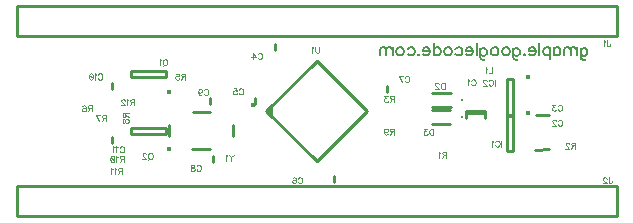
<source format=gbo>
G04 DipTrace Beta 2.3.5.2*
%INSilk_Bottom-GMaple-mini.GBO*%
%MOIN*%
%ADD10C,0.0098*%
%ADD12C,0.003*%
%ADD23C,0.0094*%
%ADD26C,0.0154*%
%ADD36C,0.0157*%
%ADD73C,0.0062*%
%FSLAX44Y44*%
G04*
G70*
G90*
G75*
G01*
%LNBotSilk*%
%LPD*%
X19705Y7483D2*
D10*
X19076D1*
X19705Y7558D2*
X19076D1*
X19705D2*
Y7322D1*
X19076Y7558D2*
Y7322D1*
X21381Y6261D2*
X21825Y6264D1*
X21393Y7416D2*
X21837Y7419D1*
X12701Y9592D2*
Y9789D1*
X12031Y7792D2*
Y7989D1*
X14681Y5192D2*
Y5389D1*
X16450Y8389D2*
Y8192D1*
X10631Y5847D2*
Y6044D1*
X10531Y7792D2*
Y7989D1*
X7281Y8292D2*
Y8489D1*
Y6492D2*
Y6689D1*
X18555Y8154D2*
X17925D1*
X18555Y7681D2*
X17925D1*
D23*
X18925Y7917D3*
X18553Y7581D2*
D10*
X17923D1*
X18553Y7108D2*
X17923D1*
D23*
X18923Y7345D3*
D26*
X21140Y7483D3*
X20639Y7391D2*
D10*
Y6210D1*
X20442D1*
Y7391D1*
X20639D1*
D26*
X21139Y8694D3*
X20637Y8602D2*
D10*
Y7421D1*
X20441D1*
Y8602D1*
X20637D1*
X4850Y10040D2*
X24090D1*
X4090D2*
X4850D1*
X4090Y11040D2*
Y10040D1*
Y11040D2*
X24090D1*
Y10040D1*
X23330Y5040D2*
X4090D1*
X24090D2*
X23330D1*
X24090Y4040D2*
Y5040D1*
Y4040D2*
X4090D1*
Y5040D1*
D26*
X9174Y8169D3*
X9082Y8670D2*
D10*
X7901D1*
Y8867D1*
X9082D1*
Y8670D1*
D26*
X9174Y6293D3*
X9082Y6794D2*
D10*
X7901D1*
Y6991D1*
X9082D1*
Y6794D1*
X12420Y7541D2*
X14090Y5870D1*
X15761Y7540D1*
X14090Y9210D1*
X12420Y7541D1*
G36*
D2*
X12643Y7763D1*
Y7317D1*
X12420Y7541D1*
G37*
D36*
X11960Y7749D3*
X9959Y7502D2*
D10*
X10531D1*
X9954Y6281D2*
X10526D1*
X11303Y6706D2*
X11299Y7071D1*
X9186Y6707D2*
X9182Y7072D1*
X19248Y8551D2*
D12*
X19258Y8570D1*
X19277Y8590D1*
X19296Y8599D1*
X19334D1*
X19354Y8590D1*
X19373Y8570D1*
X19382Y8551D1*
X19392Y8523D1*
Y8475D1*
X19382Y8446D1*
X19373Y8427D1*
X19354Y8408D1*
X19334Y8398D1*
X19296D1*
X19277Y8408D1*
X19258Y8427D1*
X19248Y8446D1*
X19187Y8561D2*
X19167Y8570D1*
X19139Y8599D1*
Y8398D1*
X22137Y7209D2*
X22146Y7228D1*
X22165Y7248D1*
X22184Y7257D1*
X22223D1*
X22242Y7248D1*
X22261Y7228D1*
X22271Y7209D1*
X22280Y7181D1*
Y7133D1*
X22271Y7104D1*
X22261Y7085D1*
X22242Y7066D1*
X22223Y7056D1*
X22184D1*
X22165Y7066D1*
X22146Y7085D1*
X22137Y7104D1*
X22065Y7209D2*
Y7219D1*
X22056Y7238D1*
X22046Y7247D1*
X22027Y7257D1*
X21989D1*
X21970Y7247D1*
X21960Y7238D1*
X21950Y7219D1*
Y7200D1*
X21960Y7181D1*
X21979Y7152D1*
X22075Y7056D1*
X21941D1*
X22132Y7710D2*
X22141Y7729D1*
X22160Y7748D1*
X22179Y7757D1*
X22218D1*
X22237Y7748D1*
X22256Y7729D1*
X22265Y7710D1*
X22275Y7681D1*
Y7633D1*
X22265Y7604D1*
X22256Y7585D1*
X22237Y7566D1*
X22218Y7556D1*
X22179D1*
X22160Y7566D1*
X22141Y7585D1*
X22132Y7604D1*
X22051Y7757D2*
X21946D1*
X22003Y7681D1*
X21974D1*
X21955Y7671D1*
X21946Y7662D1*
X21936Y7633D1*
Y7614D1*
X21946Y7585D1*
X21965Y7566D1*
X21993Y7556D1*
X22022D1*
X22051Y7566D1*
X22060Y7576D1*
X22070Y7595D1*
X12126Y9434D2*
X12136Y9453D1*
X12155Y9472D1*
X12174Y9482D1*
X12212D1*
X12232Y9472D1*
X12251Y9453D1*
X12260Y9434D1*
X12270Y9405D1*
Y9357D1*
X12260Y9329D1*
X12251Y9310D1*
X12232Y9291D1*
X12212Y9281D1*
X12174D1*
X12155Y9291D1*
X12136Y9310D1*
X12126Y9329D1*
X11969Y9281D2*
Y9482D1*
X12065Y9348D1*
X11921D1*
X11501Y8251D2*
X11511Y8270D1*
X11530Y8289D1*
X11549Y8299D1*
X11587D1*
X11606Y8289D1*
X11625Y8270D1*
X11635Y8251D1*
X11645Y8222D1*
Y8174D1*
X11635Y8146D1*
X11625Y8127D1*
X11606Y8108D1*
X11587Y8098D1*
X11549D1*
X11530Y8108D1*
X11511Y8127D1*
X11501Y8146D1*
X11325Y8299D2*
X11420D1*
X11430Y8213D1*
X11420Y8222D1*
X11391Y8232D1*
X11363D1*
X11334Y8222D1*
X11315Y8203D1*
X11305Y8174D1*
Y8155D1*
X11315Y8127D1*
X11334Y8107D1*
X11363Y8098D1*
X11391D1*
X11420Y8107D1*
X11430Y8117D1*
X11439Y8136D1*
X13467Y5289D2*
X13477Y5308D1*
X13496Y5327D1*
X13515Y5337D1*
X13553D1*
X13572Y5327D1*
X13592Y5308D1*
X13601Y5289D1*
X13611Y5260D1*
Y5212D1*
X13601Y5184D1*
X13592Y5164D1*
X13572Y5145D1*
X13553Y5136D1*
X13515D1*
X13496Y5145D1*
X13477Y5164D1*
X13467Y5184D1*
X13291Y5308D2*
X13300Y5327D1*
X13329Y5336D1*
X13348D1*
X13377Y5327D1*
X13396Y5298D1*
X13406Y5250D1*
Y5203D1*
X13396Y5164D1*
X13377Y5145D1*
X13348Y5136D1*
X13339D1*
X13310Y5145D1*
X13291Y5164D1*
X13281Y5193D1*
Y5203D1*
X13291Y5231D1*
X13310Y5250D1*
X13339Y5260D1*
X13348D1*
X13377Y5250D1*
X13396Y5231D1*
X13406Y5203D1*
X17044Y8658D2*
X17053Y8677D1*
X17072Y8697D1*
X17091Y8706D1*
X17130D1*
X17149Y8697D1*
X17168Y8677D1*
X17177Y8658D1*
X17187Y8630D1*
Y8582D1*
X17177Y8553D1*
X17168Y8534D1*
X17149Y8515D1*
X17130Y8505D1*
X17091D1*
X17072Y8515D1*
X17053Y8534D1*
X17044Y8553D1*
X16944Y8505D2*
X16848Y8706D1*
X16982D1*
X10092Y5702D2*
X10101Y5721D1*
X10120Y5740D1*
X10139Y5750D1*
X10178D1*
X10197Y5740D1*
X10216Y5721D1*
X10226Y5702D1*
X10235Y5673D1*
Y5625D1*
X10226Y5597D1*
X10216Y5577D1*
X10197Y5558D1*
X10178Y5549D1*
X10139D1*
X10120Y5558D1*
X10101Y5577D1*
X10092Y5597D1*
X9982Y5749D2*
X10011Y5740D1*
X10020Y5721D1*
Y5702D1*
X10011Y5683D1*
X9992Y5673D1*
X9953Y5663D1*
X9925Y5654D1*
X9906Y5635D1*
X9896Y5616D1*
Y5587D1*
X9906Y5568D1*
X9915Y5558D1*
X9944Y5549D1*
X9982D1*
X10011Y5558D1*
X10020Y5568D1*
X10030Y5587D1*
Y5616D1*
X10020Y5635D1*
X10001Y5654D1*
X9973Y5663D1*
X9934Y5673D1*
X9915Y5683D1*
X9906Y5702D1*
Y5721D1*
X9915Y5740D1*
X9944Y5749D1*
X9982D1*
X10335Y8232D2*
X10345Y8251D1*
X10364Y8271D1*
X10383Y8280D1*
X10421D1*
X10441Y8271D1*
X10460Y8251D1*
X10469Y8232D1*
X10479Y8204D1*
Y8156D1*
X10469Y8127D1*
X10460Y8108D1*
X10441Y8089D1*
X10421Y8079D1*
X10383D1*
X10364Y8089D1*
X10345Y8108D1*
X10335Y8127D1*
X10149Y8213D2*
X10159Y8184D1*
X10178Y8165D1*
X10207Y8156D1*
X10216D1*
X10245Y8165D1*
X10264Y8184D1*
X10274Y8213D1*
Y8223D1*
X10264Y8251D1*
X10245Y8270D1*
X10216Y8280D1*
X10207D1*
X10178Y8270D1*
X10159Y8251D1*
X10149Y8213D1*
Y8165D1*
X10159Y8118D1*
X10178Y8089D1*
X10207Y8079D1*
X10226D1*
X10254Y8089D1*
X10264Y8108D1*
X6803Y8749D2*
X6812Y8768D1*
X6831Y8788D1*
X6850Y8797D1*
X6889D1*
X6908Y8788D1*
X6927Y8768D1*
X6937Y8749D1*
X6946Y8721D1*
Y8673D1*
X6937Y8644D1*
X6927Y8625D1*
X6908Y8606D1*
X6889Y8596D1*
X6850D1*
X6831Y8606D1*
X6812Y8625D1*
X6803Y8644D1*
X6741Y8759D2*
X6722Y8768D1*
X6693Y8797D1*
Y8596D1*
X6574Y8797D2*
X6602Y8788D1*
X6622Y8759D1*
X6631Y8711D1*
Y8682D1*
X6622Y8635D1*
X6602Y8606D1*
X6574Y8596D1*
X6555D1*
X6526Y8606D1*
X6507Y8635D1*
X6497Y8682D1*
Y8711D1*
X6507Y8759D1*
X6526Y8788D1*
X6555Y8797D1*
X6574D1*
X6507Y8759D2*
X6622Y8635D1*
X7530Y6321D2*
X7540Y6340D1*
X7559Y6359D1*
X7578Y6369D1*
X7616D1*
X7636Y6359D1*
X7655Y6340D1*
X7664Y6321D1*
X7674Y6292D1*
Y6244D1*
X7664Y6216D1*
X7655Y6196D1*
X7636Y6177D1*
X7616Y6168D1*
X7578D1*
X7559Y6177D1*
X7540Y6196D1*
X7530Y6216D1*
X7469Y6330D2*
X7449Y6340D1*
X7421Y6368D1*
Y6168D1*
X7359Y6330D2*
X7340Y6340D1*
X7311Y6368D1*
Y6168D1*
X18362Y8486D2*
Y8285D1*
X18295D1*
X18266Y8295D1*
X18247Y8314D1*
X18237Y8333D1*
X18228Y8362D1*
Y8410D1*
X18237Y8438D1*
X18247Y8457D1*
X18266Y8477D1*
X18295Y8486D1*
X18362D1*
X18156Y8438D2*
Y8448D1*
X18147Y8467D1*
X18137Y8476D1*
X18118Y8486D1*
X18080D1*
X18061Y8476D1*
X18051Y8467D1*
X18042Y8448D1*
Y8429D1*
X18051Y8409D1*
X18070Y8381D1*
X18166Y8285D1*
X18032D1*
X17988Y6953D2*
Y6752D1*
X17921D1*
X17892Y6762D1*
X17873Y6781D1*
X17864Y6800D1*
X17854Y6829D1*
Y6877D1*
X17864Y6906D1*
X17873Y6925D1*
X17892Y6944D1*
X17921Y6953D1*
X17988D1*
X17773D2*
X17668D1*
X17725Y6877D1*
X17697D1*
X17678Y6867D1*
X17668Y6858D1*
X17658Y6829D1*
Y6810D1*
X17668Y6781D1*
X17687Y6762D1*
X17716Y6752D1*
X17745D1*
X17773Y6762D1*
X17783Y6772D1*
X17792Y6791D1*
X20253Y6560D2*
Y6359D1*
X20048Y6512D2*
X20058Y6531D1*
X20077Y6551D1*
X20096Y6560D1*
X20134D1*
X20153Y6551D1*
X20172Y6531D1*
X20182Y6512D1*
X20192Y6484D1*
Y6436D1*
X20182Y6407D1*
X20172Y6388D1*
X20153Y6369D1*
X20134Y6359D1*
X20096D1*
X20077Y6369D1*
X20058Y6388D1*
X20048Y6407D1*
X19986Y6522D2*
X19967Y6531D1*
X19938Y6560D1*
Y6359D1*
X20032Y8593D2*
Y8392D1*
X19827Y8546D2*
X19836Y8565D1*
X19855Y8584D1*
X19874Y8593D1*
X19913D1*
X19932Y8584D1*
X19951Y8565D1*
X19961Y8546D1*
X19970Y8517D1*
Y8469D1*
X19961Y8440D1*
X19951Y8421D1*
X19932Y8402D1*
X19913Y8392D1*
X19874D1*
X19855Y8402D1*
X19836Y8421D1*
X19827Y8440D1*
X19755Y8545D2*
Y8555D1*
X19746Y8574D1*
X19736Y8584D1*
X19717Y8593D1*
X19679D1*
X19660Y8584D1*
X19650Y8574D1*
X19640Y8555D1*
Y8536D1*
X19650Y8517D1*
X19669Y8488D1*
X19765Y8392D1*
X19631D1*
X23770Y9899D2*
Y9746D1*
X23780Y9718D1*
X23790Y9708D1*
X23809Y9698D1*
X23828D1*
X23847Y9708D1*
X23856Y9718D1*
X23866Y9746D1*
Y9765D1*
X23709Y9861D2*
X23689Y9871D1*
X23661Y9899D1*
Y9698D1*
X23829Y5333D2*
Y5180D1*
X23838Y5151D1*
X23848Y5142D1*
X23867Y5132D1*
X23886D1*
X23905Y5142D1*
X23915Y5151D1*
X23924Y5180D1*
Y5199D1*
X23757Y5285D2*
Y5295D1*
X23748Y5314D1*
X23738Y5323D1*
X23719Y5333D1*
X23681D1*
X23662Y5323D1*
X23652Y5314D1*
X23642Y5295D1*
Y5276D1*
X23652Y5256D1*
X23671Y5228D1*
X23767Y5132D1*
X23633D1*
X19948Y8998D2*
Y8797D1*
X19833D1*
X19772Y8960D2*
X19752Y8970D1*
X19724Y8998D1*
Y8797D1*
X9064Y9272D2*
X9083Y9263D1*
X9102Y9243D1*
X9111Y9224D1*
X9121Y9196D1*
Y9148D1*
X9111Y9119D1*
X9102Y9100D1*
X9083Y9081D1*
X9064Y9071D1*
X9025D1*
X9006Y9081D1*
X8987Y9100D1*
X8978Y9119D1*
X8968Y9148D1*
Y9196D1*
X8978Y9224D1*
X8987Y9243D1*
X9006Y9263D1*
X9025Y9272D1*
X9064D1*
X9035Y9110D2*
X8978Y9052D1*
X8906Y9234D2*
X8887Y9243D1*
X8858Y9272D1*
Y9071D1*
X8572Y6148D2*
X8591Y6138D1*
X8610Y6119D1*
X8620Y6100D1*
X8630Y6071D1*
Y6023D1*
X8620Y5995D1*
X8610Y5976D1*
X8591Y5956D1*
X8572Y5947D1*
X8534D1*
X8515Y5956D1*
X8496Y5976D1*
X8486Y5995D1*
X8476Y6023D1*
Y6071D1*
X8486Y6100D1*
X8496Y6119D1*
X8515Y6138D1*
X8534Y6148D1*
X8572D1*
X8543Y5985D2*
X8486Y5928D1*
X8405Y6100D2*
Y6109D1*
X8395Y6128D1*
X8386Y6138D1*
X8367Y6147D1*
X8329D1*
X8309Y6138D1*
X8300Y6128D1*
X8290Y6109D1*
Y6090D1*
X8300Y6071D1*
X8319Y6042D1*
X8415Y5947D1*
X8281D1*
X18415Y6096D2*
X18329D1*
X18301Y6105D1*
X18291Y6115D1*
X18281Y6134D1*
Y6153D1*
X18291Y6172D1*
X18301Y6182D1*
X18329Y6191D1*
X18415D1*
Y5990D1*
X18348Y6096D2*
X18281Y5990D1*
X18220Y6153D2*
X18200Y6163D1*
X18172Y6191D1*
Y5990D1*
X22714Y6400D2*
X22628D1*
X22599Y6410D1*
X22589Y6420D1*
X22580Y6439D1*
Y6458D1*
X22589Y6477D1*
X22599Y6487D1*
X22628Y6496D1*
X22714D1*
Y6295D1*
X22647Y6400D2*
X22580Y6295D1*
X22508Y6448D2*
Y6458D1*
X22499Y6477D1*
X22489Y6486D1*
X22470Y6496D1*
X22432D1*
X22413Y6486D1*
X22403Y6477D1*
X22393Y6458D1*
Y6439D1*
X22403Y6419D1*
X22422Y6391D1*
X22518Y6295D1*
X22384D1*
X16670Y7954D2*
X16584D1*
X16555Y7964D1*
X16545Y7974D1*
X16536Y7993D1*
Y8012D1*
X16545Y8031D1*
X16555Y8041D1*
X16584Y8050D1*
X16670D1*
Y7849D1*
X16603Y7954D2*
X16536Y7849D1*
X16455Y8050D2*
X16350D1*
X16407Y7974D1*
X16378D1*
X16359Y7964D1*
X16350Y7954D1*
X16340Y7926D1*
Y7907D1*
X16350Y7878D1*
X16369Y7859D1*
X16398Y7849D1*
X16426D1*
X16455Y7859D1*
X16464Y7868D1*
X16474Y7888D1*
X9717Y8698D2*
X9631D1*
X9602Y8708D1*
X9592Y8717D1*
X9583Y8736D1*
Y8755D1*
X9592Y8774D1*
X9602Y8784D1*
X9631Y8794D1*
X9717D1*
Y8593D1*
X9650Y8698D2*
X9583Y8593D1*
X9406Y8793D2*
X9502D1*
X9511Y8707D1*
X9502Y8717D1*
X9473Y8727D1*
X9445D1*
X9416Y8717D1*
X9397Y8698D1*
X9387Y8669D1*
Y8650D1*
X9397Y8621D1*
X9416Y8602D1*
X9445Y8593D1*
X9473D1*
X9502Y8602D1*
X9511Y8612D1*
X9521Y8631D1*
X6594Y7639D2*
X6508D1*
X6479Y7649D1*
X6470Y7658D1*
X6460Y7677D1*
Y7696D1*
X6470Y7715D1*
X6479Y7725D1*
X6508Y7735D1*
X6594D1*
Y7534D1*
X6527Y7639D2*
X6460Y7534D1*
X6284Y7706D2*
X6293Y7725D1*
X6322Y7734D1*
X6341D1*
X6370Y7725D1*
X6389Y7696D1*
X6398Y7648D1*
Y7601D1*
X6389Y7562D1*
X6370Y7543D1*
X6341Y7534D1*
X6331D1*
X6303Y7543D1*
X6284Y7562D1*
X6274Y7591D1*
Y7601D1*
X6284Y7629D1*
X6303Y7648D1*
X6331Y7658D1*
X6341D1*
X6370Y7648D1*
X6389Y7629D1*
X6398Y7601D1*
X7071Y7317D2*
X6985D1*
X6956Y7327D1*
X6946Y7337D1*
X6937Y7356D1*
Y7375D1*
X6946Y7394D1*
X6956Y7404D1*
X6985Y7413D1*
X7071D1*
Y7212D1*
X7004Y7317D2*
X6937Y7212D1*
X6837D2*
X6741Y7413D1*
X6875D1*
X7718Y7478D2*
Y7392D1*
X7708Y7363D1*
X7699Y7354D1*
X7680Y7344D1*
X7661D1*
X7642Y7354D1*
X7632Y7363D1*
X7622Y7392D1*
Y7478D1*
X7823D1*
X7718Y7411D2*
X7823Y7344D1*
X7623Y7235D2*
X7632Y7263D1*
X7651Y7273D1*
X7670D1*
X7689Y7263D1*
X7699Y7244D1*
X7709Y7206D1*
X7718Y7177D1*
X7737Y7158D1*
X7756Y7149D1*
X7785D1*
X7804Y7158D1*
X7814Y7168D1*
X7823Y7196D1*
Y7235D1*
X7814Y7263D1*
X7804Y7273D1*
X7785Y7282D1*
X7756D1*
X7737Y7273D1*
X7718Y7254D1*
X7709Y7225D1*
X7699Y7187D1*
X7689Y7168D1*
X7670Y7158D1*
X7651D1*
X7632Y7168D1*
X7623Y7196D1*
Y7235D1*
X16664Y6864D2*
X16578D1*
X16549Y6874D1*
X16539Y6883D1*
X16530Y6903D1*
Y6922D1*
X16539Y6941D1*
X16549Y6950D1*
X16578Y6960D1*
X16664D1*
Y6759D1*
X16597Y6864D2*
X16530Y6759D1*
X16344Y6893D2*
X16353Y6864D1*
X16372Y6845D1*
X16401Y6836D1*
X16411D1*
X16439Y6845D1*
X16458Y6864D1*
X16468Y6893D1*
Y6903D1*
X16458Y6931D1*
X16439Y6950D1*
X16411Y6960D1*
X16401D1*
X16372Y6950D1*
X16353Y6931D1*
X16344Y6893D1*
Y6845D1*
X16353Y6797D1*
X16372Y6769D1*
X16401Y6759D1*
X16420D1*
X16449Y6769D1*
X16458Y6788D1*
X7659Y5954D2*
X7573D1*
X7544Y5964D1*
X7535Y5973D1*
X7525Y5992D1*
Y6011D1*
X7535Y6030D1*
X7544Y6040D1*
X7573Y6050D1*
X7659D1*
Y5849D1*
X7592Y5954D2*
X7525Y5849D1*
X7463Y6011D2*
X7444Y6021D1*
X7415Y6049D1*
Y5849D1*
X7296Y6049D2*
X7325Y6040D1*
X7344Y6011D1*
X7354Y5963D1*
Y5935D1*
X7344Y5887D1*
X7325Y5858D1*
X7296Y5849D1*
X7277D1*
X7248Y5858D1*
X7229Y5887D1*
X7220Y5935D1*
Y5963D1*
X7229Y6011D1*
X7248Y6040D1*
X7277Y6049D1*
X7296D1*
X7229Y6011D2*
X7344Y5887D1*
X7605Y5547D2*
X7519D1*
X7490Y5557D1*
X7480Y5566D1*
X7471Y5585D1*
Y5605D1*
X7480Y5624D1*
X7490Y5633D1*
X7519Y5643D1*
X7605D1*
Y5442D1*
X7538Y5547D2*
X7471Y5442D1*
X7409Y5604D2*
X7390Y5614D1*
X7361Y5643D1*
Y5442D1*
X7299Y5604D2*
X7280Y5614D1*
X7251Y5643D1*
Y5442D1*
X8017Y7840D2*
X7931D1*
X7902Y7849D1*
X7893Y7859D1*
X7883Y7878D1*
Y7897D1*
X7893Y7916D1*
X7902Y7926D1*
X7931Y7935D1*
X8017D1*
Y7734D1*
X7950Y7840D2*
X7883Y7734D1*
X7821Y7897D2*
X7802Y7906D1*
X7773Y7935D1*
Y7734D1*
X7702Y7887D2*
Y7897D1*
X7692Y7916D1*
X7683Y7926D1*
X7664Y7935D1*
X7625D1*
X7606Y7926D1*
X7597Y7916D1*
X7587Y7897D1*
Y7878D1*
X7597Y7859D1*
X7616Y7830D1*
X7712Y7734D1*
X7578D1*
X14184Y9692D2*
Y9549D1*
X14174Y9520D1*
X14155Y9501D1*
X14126Y9491D1*
X14107D1*
X14079Y9501D1*
X14059Y9520D1*
X14050Y9549D1*
Y9692D1*
X13988Y9654D2*
X13969Y9664D1*
X13940Y9692D1*
Y9491D1*
X11329Y6096D2*
X11253Y6000D1*
Y5895D1*
X11176Y6096D2*
X11253Y6000D1*
X11115Y6057D2*
X11096Y6067D1*
X11067Y6095D1*
Y5895D1*
X22890Y9649D2*
D73*
Y9342D1*
X22909Y9285D1*
X22928Y9266D1*
X22966Y9247D1*
X23024D1*
X23062Y9266D1*
X22890Y9591D2*
X22928Y9629D1*
X22966Y9649D1*
X23024D1*
X23062Y9629D1*
X23100Y9591D1*
X23119Y9534D1*
Y9495D1*
X23100Y9438D1*
X23062Y9400D1*
X23024Y9381D1*
X22966D1*
X22928Y9400D1*
X22890Y9438D1*
X22766Y9668D2*
Y9400D1*
Y9591D2*
X22709Y9649D1*
X22670Y9668D1*
X22613D1*
X22575Y9649D1*
X22556Y9591D1*
Y9400D1*
Y9591D2*
X22498Y9649D1*
X22460Y9668D1*
X22403D1*
X22364Y9649D1*
X22345Y9591D1*
Y9400D1*
X21992Y9668D2*
Y9400D1*
Y9610D2*
X22030Y9649D1*
X22068Y9668D1*
X22125D1*
X22164Y9649D1*
X22202Y9610D1*
X22221Y9553D1*
Y9515D1*
X22202Y9457D1*
X22164Y9419D1*
X22125Y9400D1*
X22068D1*
X22030Y9419D1*
X21992Y9457D1*
X21868Y9668D2*
Y9266D1*
Y9610D2*
X21830Y9648D1*
X21792Y9668D1*
X21734D1*
X21696Y9648D1*
X21658Y9610D1*
X21638Y9553D1*
Y9514D1*
X21658Y9457D1*
X21696Y9419D1*
X21734Y9400D1*
X21792D1*
X21830Y9419D1*
X21868Y9457D1*
X21515Y9802D2*
Y9400D1*
X21391Y9553D2*
X21162D1*
Y9591D1*
X21181Y9630D1*
X21200Y9649D1*
X21238Y9668D1*
X21296D1*
X21334Y9649D1*
X21372Y9610D1*
X21391Y9553D1*
Y9515D1*
X21372Y9457D1*
X21334Y9419D1*
X21296Y9400D1*
X21238D1*
X21200Y9419D1*
X21162Y9457D1*
X21019Y9438D2*
X21038Y9419D1*
X21019Y9400D1*
X21000Y9419D1*
X21019Y9438D1*
X20647Y9649D2*
Y9342D1*
X20666Y9285D1*
X20685Y9266D1*
X20723Y9247D1*
X20781D1*
X20819Y9266D1*
X20647Y9591D2*
X20685Y9629D1*
X20723Y9649D1*
X20781D1*
X20819Y9629D1*
X20857Y9591D1*
X20876Y9534D1*
Y9495D1*
X20857Y9438D1*
X20819Y9400D1*
X20781Y9381D1*
X20723D1*
X20685Y9400D1*
X20647Y9438D1*
X20428Y9668D2*
X20466Y9649D1*
X20504Y9610D1*
X20523Y9553D1*
Y9515D1*
X20504Y9457D1*
X20466Y9419D1*
X20428Y9400D1*
X20370D1*
X20332Y9419D1*
X20294Y9457D1*
X20274Y9515D1*
Y9553D1*
X20294Y9610D1*
X20332Y9649D1*
X20370Y9668D1*
X20428D1*
X20055D2*
X20093Y9649D1*
X20132Y9610D1*
X20151Y9553D1*
Y9515D1*
X20132Y9457D1*
X20093Y9419D1*
X20055Y9400D1*
X19998D1*
X19960Y9419D1*
X19921Y9457D1*
X19902Y9515D1*
Y9553D1*
X19921Y9610D1*
X19960Y9649D1*
X19998Y9668D1*
X20055D1*
X19549Y9649D2*
Y9342D1*
X19568Y9285D1*
X19587Y9266D1*
X19626Y9247D1*
X19683D1*
X19721Y9266D1*
X19549Y9591D2*
X19587Y9629D1*
X19626Y9649D1*
X19683D1*
X19721Y9629D1*
X19760Y9591D1*
X19779Y9534D1*
Y9495D1*
X19760Y9438D1*
X19721Y9400D1*
X19683Y9381D1*
X19626D1*
X19587Y9400D1*
X19549Y9438D1*
X19426Y9802D2*
Y9400D1*
X19302Y9553D2*
X19073D1*
Y9591D1*
X19092Y9630D1*
X19111Y9649D1*
X19149Y9668D1*
X19207D1*
X19245Y9649D1*
X19283Y9610D1*
X19302Y9553D1*
Y9515D1*
X19283Y9457D1*
X19245Y9419D1*
X19207Y9400D1*
X19149D1*
X19111Y9419D1*
X19073Y9457D1*
X18719Y9610D2*
X18758Y9649D1*
X18796Y9668D1*
X18853D1*
X18892Y9649D1*
X18930Y9610D1*
X18949Y9553D1*
Y9515D1*
X18930Y9457D1*
X18892Y9419D1*
X18853Y9400D1*
X18796D1*
X18758Y9419D1*
X18719Y9457D1*
X18500Y9668D2*
X18538Y9649D1*
X18577Y9610D1*
X18596Y9553D1*
Y9515D1*
X18577Y9457D1*
X18538Y9419D1*
X18500Y9400D1*
X18443D1*
X18404Y9419D1*
X18366Y9457D1*
X18347Y9515D1*
Y9553D1*
X18366Y9610D1*
X18404Y9649D1*
X18443Y9668D1*
X18500D1*
X17994Y9802D2*
Y9400D1*
Y9610D2*
X18032Y9649D1*
X18070Y9668D1*
X18128D1*
X18166Y9649D1*
X18204Y9610D1*
X18223Y9553D1*
Y9515D1*
X18204Y9457D1*
X18166Y9419D1*
X18128Y9400D1*
X18070D1*
X18032Y9419D1*
X17994Y9457D1*
X17870Y9553D2*
X17641D1*
Y9591D1*
X17660Y9630D1*
X17679Y9649D1*
X17717Y9668D1*
X17775D1*
X17813Y9649D1*
X17851Y9610D1*
X17870Y9553D1*
Y9515D1*
X17851Y9457D1*
X17813Y9419D1*
X17775Y9400D1*
X17717D1*
X17679Y9419D1*
X17641Y9457D1*
X17498Y9438D2*
X17517Y9419D1*
X17498Y9400D1*
X17479Y9419D1*
X17498Y9438D1*
X17125Y9610D2*
X17164Y9649D1*
X17202Y9668D1*
X17259D1*
X17298Y9649D1*
X17336Y9610D1*
X17355Y9553D1*
Y9515D1*
X17336Y9457D1*
X17298Y9419D1*
X17259Y9400D1*
X17202D1*
X17164Y9419D1*
X17125Y9457D1*
X16906Y9668D2*
X16944Y9649D1*
X16983Y9610D1*
X17002Y9553D1*
Y9515D1*
X16983Y9457D1*
X16944Y9419D1*
X16906Y9400D1*
X16849D1*
X16810Y9419D1*
X16772Y9457D1*
X16753Y9515D1*
Y9553D1*
X16772Y9610D1*
X16810Y9649D1*
X16849Y9668D1*
X16906D1*
X16629D2*
Y9400D1*
Y9591D2*
X16572Y9649D1*
X16533Y9668D1*
X16476D1*
X16438Y9649D1*
X16419Y9591D1*
Y9400D1*
Y9591D2*
X16361Y9649D1*
X16323Y9668D1*
X16266D1*
X16227Y9649D1*
X16208Y9591D1*
Y9400D1*
M02*

</source>
